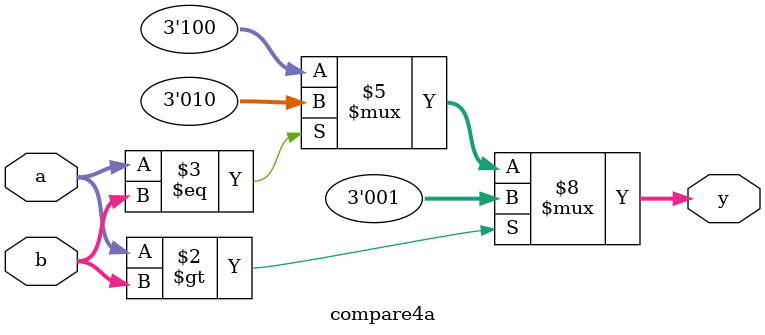
<source format=v>
`timescale 1ns / 1ps
module compare4a(
		input wire [3:0] a,
		input wire [3:0] b,
		output reg [2:0] y
    );
	 always @ (a or b)
		begin
			if(a>b)
				y<=3'b001;
			else if(a==b)
				y<=3'b010;
			else
				y<=3'b100;
		end
endmodule

</source>
